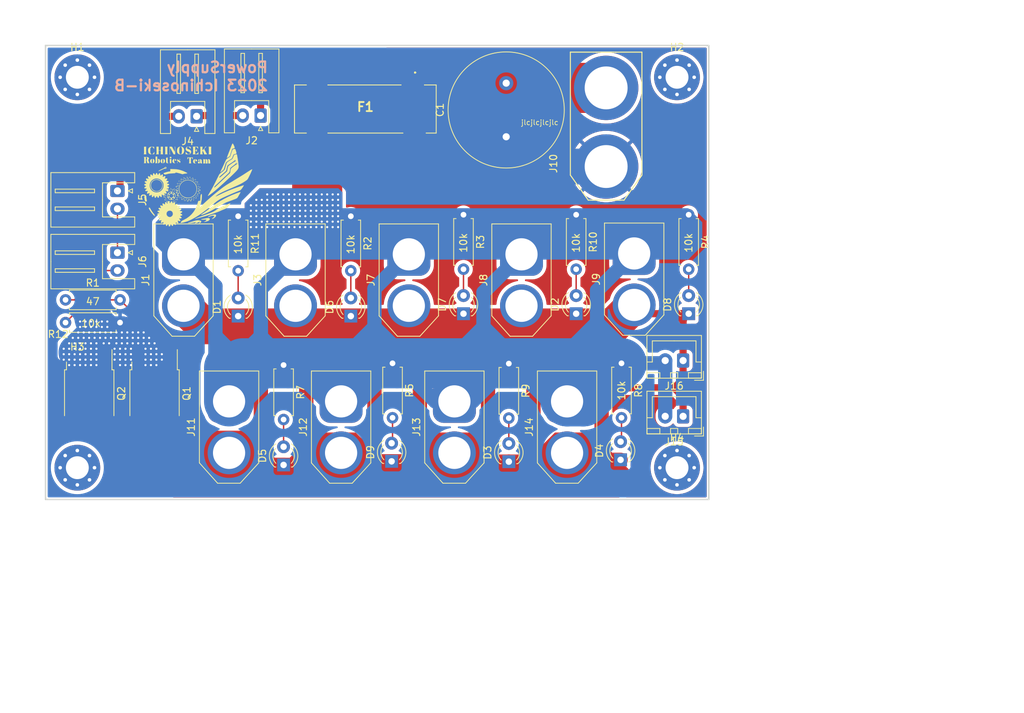
<source format=kicad_pcb>
(kicad_pcb (version 20221018) (generator pcbnew)
  (layers (0 "F.Cu" signal) (31 "B.Cu" signal) (34 "B.Paste" user) (35 "F.Paste" user) (36 "B.SilkS" user "B.Silkscreen") (37 "F.SilkS" user "F.Silkscreen") (38 "B.Mask" user) (39 "F.Mask" user) (44 "Edge.Cuts" user))
  (net 0 "")
  (net 1 "GND")
  (net 2 "+18V")
  (net 3 "Moter_OUT")
  (net 4 "Net-(D1-A)")
  (net 5 "Net-(D2-A)")
  (net 6 "Net-(D3-A)")
  (net 7 "Net-(D4-A)")
  (net 8 "Net-(D5-A)")
  (net 9 "Net-(D6-A)")
  (net 10 "Net-(D7-A)")
  (net 11 "Net-(D8-A)")
  (net 12 "Net-(D9-A)")
  (net 13 "Moter_IN")
  (net 14 "Net-(Q1-G)")
  (net 15 "Net-(J2-Pin_2)")
  (net 16 "Net-(J4-Pin_2)")
  (net 17 "Net-(J5-Pin_2)")
  (net 18 "Net-(J6-Pin_2)")
  (footprint "Connector_JST:JST_XH_B2B-XH-A_1x02_P2.50mm_Vertical" (layer "F.Cu") (at 149.82 97.589 180)
    (fp_text reference "J15")
    (fp_text value "Conn_01x02_Female")
  )
  (footprint "Package_TO_SOT_SMD:TO-252-2" (layer "F.Cu") (at 66.813 94.395 -90)
    (fp_text reference "Q2")
    (fp_text value "Q_NMOS_GDSD")
  )
  (footprint "MountingHole:MountingHole_3.2mm_M3_Pad_Via" (layer "F.Cu") (at 65.151 50.165)
    (fp_text reference "H1")
    (fp_text value "MountingHole")
  )
  (footprint "MountingHole:MountingHole_3.2mm_M3_Pad_Via" (layer "F.Cu") (at 148.971 50.165)
    (fp_text reference "H2")
    (fp_text value "MountingHole")
  )
  (footprint "Resistor_THT:R_Axial_DIN0207_L6.3mm_D2.5mm_P7.62mm_Horizontal" (layer "F.Cu") (at 93.98 90.418 -90)
    (fp_text reference "R7")
    (fp_text value "10k")
  )
  (footprint "lib:AMASS_XT60-F_1x02_P7.20mm_Vertical" (layer "F.Cu") (at 127.214 82.21 90)
    (fp_text reference "J8")
    (fp_text value "Conn_01x02_Female" hide)
  )
  (footprint "Resistor_THT:R_Axial_DIN0207_L6.3mm_D2.5mm_P7.62mm_Horizontal" (layer "F.Cu") (at 109.207 90.17 -90)
    (fp_text reference "R5")
    (fp_text value "10k")
  )
  (footprint "Resistor_THT:R_Axial_DIN0207_L6.3mm_D2.5mm_P7.62mm_Horizontal" (layer "F.Cu") (at 125.463 90.214 -90)
    (fp_text reference "R9")
    (fp_text value "10k")
  )
  (footprint "LED_THT:LED_D3.0mm" (layer "F.Cu") (at 119.126 83.235 90)
    (fp_text reference "D7")
    (fp_text value "LED")
  )
  (footprint "LED_THT:LED_D3.0mm" (layer "F.Cu") (at 134.874 83.235 90)
    (fp_text reference "D2")
    (fp_text value "LED")
  )
  (footprint "Resistor_THT:R_Axial_DIN0207_L6.3mm_D2.5mm_P7.62mm_Horizontal" (layer "F.Cu") (at 103.378 69.602 -90)
    (fp_text reference "R2")
    (fp_text value "10k")
  )
  (footprint "LED_THT:LED_D3.0mm" (layer "F.Cu") (at 125.463 103.93 90)
    (fp_text reference "D3")
    (fp_text value "LED")
  )
  (footprint "Resistor_THT:R_Axial_DIN0207_L6.3mm_D2.5mm_P7.62mm_Horizontal" (layer "F.Cu") (at 134.874 69.392 -90)
    (fp_text reference "R10")
    (fp_text value "10k")
  )
  (footprint "lib:AMASS_XT60-F_1x02_P7.20mm_Vertical" (layer "F.Cu") (at 133.584 102.778 90)
    (fp_text reference "J14")
    (fp_text value "Conn_01x02_Female" hide)
  )
  (footprint "lib:358720" (layer "F.Cu") (at 105.41 54.61 180)
    (fp_text reference "F1")
    (fp_text value "Fuse" hide)
  )
  (footprint "LED_THT:LED_D3.0mm" (layer "F.Cu") (at 93.98 104.388 90)
    (fp_text reference "D5")
    (fp_text value "LED")
  )
  (footprint "lib:AMASS_XT60-F_1x02_P7.20mm_Vertical" (layer "F.Cu") (at 95.628 82.21 90)
    (fp_text reference "J3")
    (fp_text value "Conn_01x02_Female" hide)
  )
  (footprint "lib:INCT" (layer "F.Cu") (at 81.28 64.389)
    (fp_text reference "J8" hide)
    (fp_text value "Logo" hide)
  )
  (footprint "LED_THT:LED_D3.0mm" (layer "F.Cu") (at 103.378 83.572 90)
    (fp_text reference "D6")
    (fp_text value "LED")
  )
  (footprint "Resistor_THT:R_Axial_DIN0207_L6.3mm_D2.5mm_P7.62mm_Horizontal" (layer "F.Cu") (at 87.63 69.602 -90)
    (fp_text reference "R11")
    (fp_text value "10k")
  )
  (footprint "Connector_JST:JST_XH_S2B-XH-A_1x02_P2.50mm_Horizontal" (layer "F.Cu") (at 70.76 66.06 -90)
    (fp_text reference "J5")
    (fp_text value "Conn_01x02_Female")
  )
  (footprint "MountingHole:MountingHole_3.2mm_M3_Pad_Via" (layer "F.Cu") (at 148.971 104.775)
    (fp_text reference "H4")
    (fp_text value "MountingHole")
  )
  (footprint "Connector_JST:JST_XH_S2B-XH-A_1x02_P2.50mm_Horizontal" (layer "F.Cu") (at 90.765 55.52 180)
    (fp_text reference "J2")
    (fp_text value "Conn_01x02_Female")
  )
  (footprint "lib:AMASS_XT60-F_1x02_P7.20mm_Vertical" (layer "F.Cu") (at 101.998 102.778 90)
    (fp_text reference "J12")
    (fp_text value "Conn_01x02_Female" hide)
  )
  (footprint "Capacitor_THT:C_Radial_D16.0mm_H25.0mm_P7.50mm" (layer "F.Cu") (at 125.095 58.487 90)
    (fp_text reference "C1")
    (fp_text value "C")
  )
  (footprint "LED_THT:LED_D3.0mm" (layer "F.Cu") (at 141.084 103.676 90)
    (fp_text reference "D4")
    (fp_text value "LED")
  )
  (footprint "MountingHole:MountingHole_3.2mm_M3_Pad_Via" (layer "F.Cu") (at 65.151 104.775)
    (fp_text reference "H3")
    (fp_text value "MountingHole")
  )
  (footprint "Resistor_THT:R_Axial_DIN0207_L6.3mm_D2.5mm_P7.62mm_Horizontal" (layer "F.Cu") (at 119.126 69.392 -90)
    (fp_text reference "R3")
    (fp_text value "10k")
  )
  (footprint "LED_THT:LED_D3.0mm" (layer "F.Cu") (at 87.63 83.572 90)
    (fp_text reference "D1")
    (fp_text value "LED")
  )
  (footprint "lib:AMASS_XT60-F_1x02_P7.20mm_Vertical" (layer "F.Cu") (at 111.466 82.21 90)
    (fp_text reference "J7")
    (fp_text value "Conn_01x02_Female" hide)
  )
  (footprint "Package_TO_SOT_SMD:TO-252-2" (layer "F.Cu") (at 75.945 94.395 -90)
    (fp_text reference "Q1")
    (fp_text value "Q_NMOS_GDSD")
  )
  (footprint "Connector_JST:JST_XH_S2B-XH-A_1x02_P2.50mm_Horizontal" (layer "F.Cu") (at 81.823 55.626 180)
    (fp_text reference "J4")
    (fp_text value "Conn_01x02_Female")
  )
  (footprint "Resistor_THT:R_Axial_DIN0207_L6.3mm_D2.5mm_P7.62mm_Horizontal" (layer "F.Cu") (at 141.211 90.17 -90)
    (fp_text reference "R8")
    (fp_text value "10k")
  )
  (footprint "lib:AMASS_XT60-F_1x02_P7.20mm_Vertical" (layer "F.Cu") (at 86.34 102.778 90)
    (fp_text reference "J11")
    (fp_text value "Conn_01x02_Female" hide)
  )
  (footprint "Connector_JST:JST_XH_S2B-XH-A_1x02_P2.50mm_Horizontal" (layer "F.Cu") (at 70.76 74.696 -90)
    (fp_text reference "J6")
    (fp_text value "Conn_01x02_Female")
  )
  (footprint "Resistor_THT:R_Axial_DIN0207_L6.3mm_D2.5mm_P7.62mm_Horizontal" (layer "F.Cu") (at 150.602 69.392 -90)
    (fp_text reference "R4")
    (fp_text value "10k")
  )
  (footprint "Connector_JST:JST_XH_B2B-XH-A_1x02_P2.50mm_Vertical" (layer "F.Cu") (at 149.82 89.789 180)
    (fp_text reference "J16")
    (fp_text value "Conn_01x02_Female")
  )
  (footprint "lib:AMASS_XT60-F_1x02_P7.20mm_Vertical" (layer "F.Cu") (at 117.836 102.778 90)
    (fp_text reference "J13")
    (fp_text value "Conn_01x02_Female" hide)
  )
  (footprint "lib:AMASS_XT60-F_1x02_P7.20mm_Vertical" (layer "F.Cu") (at 79.97 82.21 90)
    (fp_text reference "J1")
    (fp_text value "Conn_01x02_Female" hide)
  )
  (footprint "lib:AMASS_XT60-F_1x02_P7.20mm_Vertical" (layer "F.Cu") (at 142.962 82.086 90)
    (fp_text reference "J9")
    (fp_text value "Conn_01x02_Female" hide)
  )
  (footprint "Resistor_THT:R_Axial_DIN0207_L6.3mm_D2.5mm_P7.62mm_Horizontal" (layer "F.Cu") (at 63.5 84.475)
    (fp_text reference "R12")
    (fp_text value "10k")
  )
  (footprint "LED_THT:LED_D3.0mm" (layer "F.Cu") (at 150.602 83.235 90)
    (fp_text reference "D8")
    (fp_text value "LED")
  )
  (footprint "LED_THT:LED_D3.0mm" (layer "F.Cu") (at 109.08 103.886 90)
    (fp_text reference "D9")
    (fp_text value "LED")
  )
  (footprint "Resistor_THT:R_Axial_DIN0207_L6.3mm_D2.5mm_P7.62mm_Horizontal" (layer "F.Cu") (at 63.5 81.3)
    (fp_text reference "R1")
    (fp_text value "47")
  )
  (footprint "lib:XT90" (layer "F.Cu") (at 139.065 57.15 -90)
    (fp_text reference "J10")
    (fp_text value "Conn_01x02_Male" hide)
  )
  (gr_poly (pts (xy 63.373 92.329) (xy 77.343 92.329) (xy 78.613 93.599) (xy 78.613 97.409) (xy 80.899 99.695) (xy 88.519 99.695) (xy 92.583 103.759) (xy 95.123 103.759) (xy 98.933 99.949) (xy 104.013 99.949) (xy 107.823 103.759) (xy 111.633 103.759) (xy 115.443 99.949) (xy 120.523 99.949) (xy 124.333 103.759) (xy 128.143 103.759) (xy 131.953 99.949) (xy 137.033 99.949) (xy 142.113 105.029) (xy 142.113 107.569) (xy 140.843 108.839) (xy 78.613 108.839) (xy 70.993 101.219) (xy 70.993 99.949) (xy 69.723 98.679) (xy 64.643 98.679) (xy 62.103 96.139) (xy 62.103 93.599)) (stroke (width 0.2)) (fill solid) (layer "F.Cu"))
  (gr_poly (pts (xy 101.6 65.786) (xy 102.108 66.294) (xy 102.108 71.12) (xy 101.6 71.628) (xy 89.154 71.628) (xy 88.646 71.12) (xy 88.646 67.818) (xy 90.678 65.786)) (stroke (width 0.2)) (fill solid) (layer "F.Cu"))
  (gr_poly (pts (xy 70.358 89.916) (xy 71.374 90.932) (xy 76.2 90.932) (xy 76.708 90.424) (xy 76.708 88.392) (xy 72.136 83.82) (xy 65.532 83.82) (xy 65.278 84.074) (xy 65.278 85.598) (xy 62.738 88.138) (xy 62.738 89.408) (xy 65.024 91.694) (xy 67.564 91.694) (xy 68.072 91.186) (xy 68.072 88.138) (xy 68.58 87.63) (xy 69.85 87.63) (xy 70.358 88.138)) (stroke (width 0.2)) (fill solid) (layer "F.Cu"))
  (gr_poly (pts (xy 152.4 70.485) (xy 152.4 73.66) (xy 150.495 75.565) (xy 78.105 75.565) (xy 76.2 73.66) (xy 76.2 70.485) (xy 78.105 68.58) (xy 150.495 68.58)) (stroke (width 0.2)) (fill solid) (layer "B.Cu"))
  (gr_poly (pts (xy 67.564 82.804) (xy 62.992 87.376) (xy 62.992 89.154) (xy 68.834 89.154) (xy 70.104 87.884) (xy 70.104 83.82) (xy 69.088 82.804) (xy 67.818 82.804)) (stroke (width 0.2)) (fill solid) (layer "B.Cu"))
  (gr_poly (pts (xy 101.6 65.786) (xy 102.108 66.294) (xy 102.108 71.12) (xy 101.6 71.628) (xy 89.154 71.628) (xy 88.646 71.12) (xy 88.646 67.818) (xy 90.678 65.786)) (stroke (width 0.2)) (fill solid) (layer "B.Cu"))
  (gr_rect (start 60.706 45.72) (end 153.416 109.22) (stroke (width 0.2)) (fill none) (layer "Edge.Cuts"))
  (gr_text "2023 Ichinoseki-B" (at 91.948 52.197) (layer "B.SilkS") (effects (font (size 1.5 1.5) (thickness 0.3) bold) (justify left bottom mirror)))
  (gr_text "PowerSupply" (at 91.948 49.657) (layer "B.SilkS") (effects (font (size 1.5 1.5) (thickness 0.3) bold) (justify left bottom mirror)))
  (gr_text "jlcjlcjlcjlc" (at 127.127 56.896) (layer "F.SilkS") (effects (font (size 0.7 0.7) (thickness 0.1)) (justify left bottom)))
  (segment (start 69.85 86.614) (end 69.85 86.741) (width 0.2) (layer "F.Cu") (net 1))
  (segment (start 64.533 87.613) (end 64.533 89.355) (width 0.2) (layer "F.Cu") (net 1))
  (segment (start 73.665 88.143) (end 73.665 89.355) (width 0.2) (layer "F.Cu") (net 1))
  (segment (start 69.596 86.741) (end 69.723 86.741) (width 0.2) (layer "F.Cu") (net 1))
  (segment (start 71.12 87.63) (end 73.152 87.63) (width 0.2) (layer "F.Cu") (net 1))
  (segment (start 70.231 86.741) (end 70.104 86.741) (width 0.2) (layer "F.Cu") (net 1))
  (segment (start 69.596 86.741) (end 65.405 86.741) (width 0.2) (layer "F.Cu") (net 1))
  (segment (start 69.85 86.741) (end 69.596 86.741) (width 0.2) (layer "F.Cu") (net 1))
  (segment (start 71.12 87.63) (end 70.231 86.741) (width 0.2) (layer "F.Cu") (net 1))
  (segment (start 70.104 86.741) (end 69.977 86.741) (width 0.2) (layer "F.Cu") (net 1))
  (segment (start 69.85 85.745) (end 69.85 86.614) (width 0.2) (layer "F.Cu") (net 1))
  (segment (start 65.405 86.741) (end 64.533 87.613) (width 0.2) (layer "F.Cu") (net 1))
  (segment (start 70.104 86.741) (end 69.85 86.741) (width 0.2) (layer "F.Cu") (net 1))
  (segment (start 69.723 86.741) (end 69.85 86.614) (width 0.2) (layer "F.Cu") (net 1))
  (segment (start 69.977 86.741) (end 69.85 86.614) (width 0.2) (layer "F.Cu") (net 1))
  (segment (start 71.12 84.475) (end 69.85 85.745) (width 0.2) (layer "F.Cu") (net 1))
  (segment (start 73.152 87.63) (end 73.665 88.143) (width 0.2) (layer "F.Cu") (net 1))
  (via (at 75.438 88.9) (size 0.6) (drill 0.3) (layers "F.Cu" "B.Cu") (net 1))
  (via (at 67.056 88.138) (size 0.6) (drill 0.3) (layers "F.Cu" "B.Cu") (net 1))
  (via (at 76.2 88.138) (size 0.6) (drill 0.3) (layers "F.Cu" "B.Cu") (net 1))
  (via (at 71.882 88.138) (size 0.6) (drill 0.3) (layers "F.Cu" "B.Cu") (net 1))
  (via (at 70.612 87.376) (size 0.6) (drill 0.3) (layers "F.Cu" "B.Cu") (net 1))
  (via (at 67.818 88.9) (size 0.6) (drill 0.3) (layers "F.Cu" "B.Cu") (net 1))
  (via (at 67.818 88.138) (size 0.6) (drill 0.3) (layers "F.Cu" "B.Cu") (net 1))
  (via (at 65.532 88.9) (size 0.6) (drill 0.3) (layers "F.Cu" "B.Cu") (net 1))
  (via (at 72.136 87.376) (size 0.6) (drill 0.3) (layers "F.Cu" "B.Cu") (net 1))
  (via (at 64.008 88.138) (size 0.6) (drill 0.3) (layers "F.Cu" "B.Cu") (net 1))
  (via (at 64.516 86.614) (size 0.6) (drill 0.3) (layers "F.Cu" "B.Cu") (net 1))
  (via (at 75.438 90.424) (size 0.6) (drill 0.3) (layers "F.Cu" "B.Cu") (net 1))
  (via (at 65.278 85.852) (size 0.6) (drill 0.3) (layers "F.Cu" "B.Cu") (net 1))
  (via (at 74.422 85.852) (size 0.6) (drill 0.3) (layers "F.Cu" "B.Cu") (net 1))
  (via (at 73.66 87.376) (size 0.6) (drill 0.3) (layers "F.Cu" "B.Cu") (net 1))
  (via (at 67.818 85.09) (size 0.6) (drill 0.3) (layers "F.Cu" "B.Cu") (net 1))
  (via (at 63.246 89.662) (size 0.6) (drill 0.3) (layers "F.Cu" "B.Cu") (net 1))
  (via (at 74.676 88.9) (size 0.6) (drill 0.3) (layers "F.Cu" "B.Cu") (net 1))
  (via (at 72.898 87.376) (size 0.6) (drill 0.3) (layers "F.Cu" "B.Cu") (net 1))
  (via (at 66.04 86.614) (size 0.6) (drill 0.3) (layers "F.Cu" "B.Cu") (net 1))
  (via (at 68.834 87.376) (size 0.6) (drill 0.3) (layers "F.Cu" "B.Cu") (net 1))
  (via (at 65.532 87.376) (size 0.6) (drill 0.3) (layers "F.Cu" "B.Cu") (net 1))
  (via (at 74.676 89.662) (size 0.6) (drill 0.3) (layers "F.Cu" "B.Cu") (net 1))
  (via (at 70.358 88.9) (size 0.6) (drill 0.3) (layers "F.Cu" "B.Cu") (net 1))
  (via (at 72.898 85.852) (size 0.6) (drill 0.3) (layers "F.Cu" "B.Cu") (net 1))
  (via (at 69.342 85.09) (size 0.6) (drill 0.3) (layers "F.Cu" "B.Cu") (net 1))
  (via (at 65.278 86.614) (size 0.6) (drill 0.3) (layers "F.Cu" "B.Cu") (net 1))
  (via (at 64.008 89.662) (size 0.6) (drill 0.3) (layers "F.Cu" "B.Cu") (net 1))
  (via (at 66.294 89.662) (size 0.6) (drill 0.3) (layers "F.Cu" "B.Cu") (net 1))
  (via (at 63.246 88.9) (size 0.6) (drill 0.3) (layers "F.Cu" "B.Cu") (net 1))
  (via (at 64.77 88.138) (size 0.6) (drill 0.3) (layers "F.Cu" "B.Cu") (net 1))
  (via (at 64.77 90.424) (size 0.6) (drill 0.3) (layers "F.Cu" "B.Cu") (net 1))
  (via (at 72.644 88.138) (size 0.6) (drill 0.3) (layers "F.Cu" "B.Cu") (net 1))
  (via (at 64.77 88.9) (size 0.6) (drill 0.3) (layers "F.Cu" "B.Cu") (net 1))
  (via (at 68.326 85.852) (size 0.6) (drill 0.3) (layers "F.Cu" "B.Cu") (net 1))
  (via (at 74.676 88.138) (size 0.6) (drill 0.3) (layers "F.Cu" "B.Cu") (net 1))
  (via (at 64.77 89.662) (size 0.6) (drill 0.3) (layers "F.Cu" "B.Cu") (net 1))
  (via (at 67.818 90.424) (size 0.6) (drill 0.3) (layers "F.Cu" "B.Cu") (net 1))
  (via (at 66.294 88.9) (size 0.6) (drill 0.3) (layers "F.Cu" "B.Cu") (net 1))
  (via (at 76.2 90.424) (size 0.6) (drill 0.3) (layers "F.Cu" "B.Cu") (net 1))
  (via (at 72.644 88.9) (size 0.6) (drill 0.3) (layers "F.Cu" "B.Cu") (net 1))
  (via (at 67.818 84.328) (size 0.6) (drill 0.3) (layers "F.Cu" "B.Cu") (net 1))
  (via (at 70.612 86.614) (size 0.6) (drill 0.3) (layers "F.Cu" "B.Cu") (net 1))
  (via (at 64.77 87.376) (size 0.6) (drill 0.3) (layers "F.Cu" "B.Cu") (net 1))
  (via (at 71.12 88.9) (size 0.6) (drill 0.3) (layers "F.Cu" "B.Cu") (net 1))
  (via (at 68.58 85.09) (size 0.6) (drill 0.3) (layers "F.Cu" "B.Cu") (net 1))
  (via (at 74.422 87.376) (size 0.6) (drill 0.3) (layers "F.Cu" "B.Cu") (net 1))
  (via (at 69.088 86.614) (size 0.6) (drill 0.3) (layers "F.Cu" "B.Cu") (net 1))
  (via (at 64.008 88.9) (size 0.6) (drill 0.3) (layers "F.Cu" "B.Cu") (net 1))
  (via (at 65.532 88.138) (size 0.6) (drill 0.3) (layers "F.Cu" "B.Cu") (net 1))
  (via (at 75.184 86.614) (size 0.6) (drill 0.3) (layers "F.Cu" "B.Cu") (net 1))
  (via (at 73.66 86.614) (size 0.6) (drill 0.3) (layers "F.Cu" "B.Cu") (net 1))
  (via (at 71.374 86.614) (size 0.6) (drill 0.3) (layers "F.Cu" "B.Cu") (net 1))
  (via (at 71.12 88.138) (size 0.6) (drill 0.3) (layers "F.Cu" "B.Cu") (net 1))
  (via (at 70.358 89.662) (size 0.6) (drill 0.3) (layers "F.Cu" "B.Cu") (net 1))
  (via (at 67.818 89.662) (size 0.6) (drill 0.3) (layers "F.Cu" "B.Cu") (net 1))
  (via (at 72.644 90.424) (size 0.6) (drill 0.3) (layers "F.Cu" "B.Cu") (net 1))
  (via (at 72.136 86.614) (size 0.6) (drill 0.3) (layers "F.Cu" "B.Cu") (net 1))
  (via (at 66.802 85.852) (size 0.6) (drill 0.3) (layers "F.Cu" "B.Cu") (net 1))
  (via (at 76.962 89.662) (size 0.6) (drill 0.3) (layers "F.Cu" "B.Cu") (net 1))
  (via (at 69.85 85.852) (size 0.6) (drill 0.3) (layers "F.Cu" "B.Cu") (net 1))
  (via (at 75.946 87.376) (size 0.6) (drill 0.3) (layers "F.Cu" "B.Cu") (net 1))
  (via (at 72.644 89.662) (size 0.6) (drill 0.3) (layers "F.Cu" "B.Cu") (net 1))
  (via (at 76.2 89.662) (size 0.6) (drill 0.3) (layers "F.Cu" "B.Cu") (net 1))
  (via (at 66.294 88.138) (size 0.6) (drill 0.3) (layers "F.Cu" "B.Cu") (net 1))
  (via (at 66.294 85.09) (size 0.6) (drill 0.3) (layers "F.Cu" "B.Cu") (net 1))
  (via (at 76.962 88.9) (size 0.6) (drill 0.3) (layers "F.Cu" "B.Cu") (net 1))
  (via (at 65.532 90.424) (size 0.6) (drill 0.3) (layers "F.Cu" "B.Cu") (net 1))
  (via (at 67.056 88.9) (size 0.6) (drill 0.3) (layers "F.Cu" "B.Cu") (net 1))
  (via (at 67.056 87.376) (size 0.6) (drill 0.3) (layers "F.Cu" "B.Cu") (net 1))
  (via (at 66.04 85.852) (size 0.6) (drill 0.3) (layers "F.Cu" "B.Cu") (net 1))
  (via (at 69.596 87.376) (size 0.6) (drill 0.3) (layers "F.Cu" "B.Cu") (net 1))
  (via (at 66.294 87.376) (size 0.6) (drill 0.3) (layers "F.Cu" "B.Cu") (net 1))
  (via (at 74.676 90.424) (size 0.6) (drill 0.3) (layers "F.Cu" "B.Cu") (net 1))
  (via (at 71.882 89.662) (size 0.6) (drill 0.3) (layers "F.Cu" "B.Cu") (net 1))
  (via (at 67.564 85.852) (size 0.6) (drill 0.3) (layers "F.Cu" "B.Cu") (net 1))
  (via (at 67.056 89.662) (size 0.6) (drill 0.3) (layers "F.Cu" "B.Cu") (net 1))
  (via (at 72.136 85.852) (size 0.6) (drill 0.3) (layers "F.Cu" "B.Cu") (net 1))
  (via (at 66.294 84.328) (size 0.6) (drill 0.3) (layers "F.Cu" "B.Cu") (net 1))
  (via (at 75.438 89.662) (size 0.6) (drill 0.3) (layers "F.Cu" "B.Cu") (net 1))
  (via (at 67.056 85.09) (size 0.6) (drill 0.3) (layers "F.Cu" "B.Cu") (net 1))
  (via (at 74.422 86.614) (size 0.6) (drill 0.3) (layers "F.Cu" "B.Cu") (net 1))
  (via (at 76.2 88.9) (size 0.6) (drill 0.3) (layers "F.Cu" "B.Cu") (net 1))
  (via (at 69.342 84.328) (size 0.6) (drill 0.3) (layers "F.Cu" "B.Cu") (net 1))
  (via (at 70.612 85.852) (size 0.6) (drill 0.3) (layers "F.Cu" "B.Cu") (net 1))
  (via (at 70.358 88.138) (size 0.6) (drill 0.3) (layers "F.Cu" "B.Cu") (net 1))
  (via (at 68.58 84.328) (size 0.6) (drill 0.3) (layers "F.Cu" "B.Cu") (net 1))
  (via (at 71.12 90.424) (size 0.6) (drill 0.3) (layers "F.Cu" "B.Cu") (net 1))
  (via (at 71.374 85.852) (size 0.6) (drill 0.3) (layers "F.Cu" "B.Cu") (net 1))
  (via (at 64.008 90.424) (size 0.6) (drill 0.3) (layers "F.Cu" "B.Cu") (net 1))
  (via (at 63.246 88.138) (size 0.6) (drill 0.3) (layers "F.Cu" "B.Cu") (net 1))
  (via (at 72.898 86.614) (size 0.6) (drill 0.3) (layers "F.Cu" "B.Cu") (net 1))
  (via (at 67.818 87.376) (size 0.6) (drill 0.3) (layers "F.Cu" "B.Cu") (net 1))
  (via (at 67.564 86.614) (size 0.6) (drill 0.3) (layers "F.Cu" "B.Cu") (net 1))
  (via (at 69.85 86.614) (size 0.6) (drill 0.3) (layers "F.Cu" "B.Cu") (net 1))
  (via (at 68.326 86.614) (size 0.6) (drill 0.3) (layers "F.Cu" "B.Cu") (net 1))
  (via (at 71.882 88.9) (size 0.6) (drill 0.3) (layers "F.Cu" "B.Cu") (net 1))
  (via (at 65.532 84.328) (size 0.6) (drill 0.3) (layers "F.Cu" "B.Cu") (net 1))
  (via (at 65.532 85.09) (size 0.6) (drill 0.3) (layers "F.Cu" "B.Cu") (net 1))
  (via (at 75.184 87.376) (size 0.6) (drill 0.3) (layers "F.Cu" "B.Cu") (net 1))
  (via (at 73.66 85.852) (size 0.6) (drill 0.3) (layers "F.Cu" "B.Cu") (net 1))
  (via (at 69.088 85.852) (size 0.6) (drill 0.3) (layers "F.Cu" "B.Cu") (net 1))
  (via (at 66.802 86.614) (size 0.6) (drill 0.3) (layers "F.Cu" "B.Cu") (net 1))
  (via (at 64.008 87.376) (size 0.6) (drill 0.3) (layers "F.Cu" "B.Cu") (net 1))
  (via (at 75.438 88.138) (size 0.6) (drill 0.3) (layers "F.Cu" "B.Cu") (net 1))
  (via (at 67.056 84.328) (size 0.6) (drill 0.3) (layers "F.Cu" "B.Cu") (net 1))
  (via (at 71.882 90.424) (size 0.6) (drill 0.3) (layers "F.Cu" "B.Cu") (net 1))
  (via (at 65.532 89.662) (size 0.6) (drill 0.3) (layers "F.Cu" "B.Cu") (net 1))
  (via (at 66.294 90.424) (size 0.6) (drill 0.3) (layers "F.Cu" "B.Cu") (net 1))
  (via (at 71.374 87.376) (size 0.6) (drill 0.3) (layers "F.Cu" "B.Cu") (net 1))
  (via (at 71.12 89.662) (size 0.6) (drill 0.3) (layers "F.Cu" "B.Cu") (net 1))
  (via (at 67.056 90.424) (size 0.6) (drill 0.3) (layers "F.Cu" "B.Cu") (net 1))
  (segment (start 67.31 78.994) (end 67.31 84.074) (width 5) (layer "B.Cu") (net 1))
  (segment (start 116.84 62.65) (end 77.382 62.65) (width 5) (layer "B.Cu") (net 1))
  (segment (start 69.342 86.106) (end 71.374 86.106) (width 5) (layer "B.Cu") (net 1))
  (segment (start 67.31 84.074) (end 69.342 86.106) (width 5) (layer "B.Cu") (net 1))
  (segment (start 139.065 62.65) (end 131.992 62.65) (width 5) (layer "B.Cu") (net 1))
  (segment (start 64.77 62.738) (end 64.77 76.454) (width 5) (layer "B.Cu") (net 1))
  (segment (start 77.382 62.65) (end 74.93 60.198) (width 5) (layer "B.Cu") (net 1))
  (segment (start 74.676 89.408) (end 65.786 89.408) (width 5) (layer "B.Cu") (net 1))
  (segment (start 67.31 60.198) (end 64.77 62.738) (width 5) (layer "B.Cu") (net 1))
  (segment (start 74.93 60.198) (end 67.31 60.198) (width 5) (layer "B.Cu") (net 1))
  (segment (start 120.816 58.674) (end 116.84 62.65) (width 5) (layer "B.Cu") (net 1))
  (segment (start 65.786 89.408) (end 65.024 88.646) (width 5) (layer "B.Cu") (net 1))
  (segment (start 131.992 62.65) (end 128.016 58.674) (width 5) (layer "B.Cu") (net 1))
  (segment (start 71.374 86.106) (end 74.676 89.408) (width 5) (layer "B.Cu") (net 1))
  (segment (start 64.77 76.454) (end 67.31 78.994) (width 5) (layer "B.Cu") (net 1))
  (segment (start 128.016 58.674) (end 120.816 58.674) (width 5) (layer "B.Cu") (net 1))
  (segment (start 107.68 46.99) (end 112.14 51.45) (width 1) (layer "F.Cu") (net 2))
  (segment (start 110.871 50.8) (end 111.125 50.8) (width 0.2) (layer "F.Cu") (net 2))
  (segment (start 92.71 46.99) (end 107.68 46.99) (width 1) (layer "F.Cu") (net 2))
  (segment (start 139.065 51.65) (end 112.34 51.65) (width 7) (layer "F.Cu") (net 2))
  (segment (start 90.765 55.52) (end 90.765 48.935) (width 1) (layer "F.Cu") (net 2))
  (segment (start 90.765 48.935) (end 92.71 46.99) (width 1) (layer "F.Cu") (net 2))
  (segment (start 112.14 51.45) (end 112.14 57.77) (width 7) (layer "F.Cu") (net 2))
  (segment (start 122.555 103.93) (end 122.555 102.235) (width 2) (layer "F.Cu") (net 3))
  (segment (start 138.43 93.599) (end 138.43 85.641) (width 2) (layer "F.Cu") (net 3))
  (segment (start 144.211 83.235) (end 142.982 82.006) (width 1) (layer "F.Cu") (net 3))
  (segment (start 122.555 85.006) (end 113.03 85.006) (width 5) (layer "F.Cu") (net 3))
  (segment (start 114.935 102.698) (end 117.856 102.698) (width 2) (layer "F.Cu") (net 3))
  (segment (start 149.606 83.235) (end 148.971 83.235) (width 1) (layer "F.Cu") (net 3))
  (segment (start 117.856 102.698) (end 116.668 103.886) (width 2) (layer "F.Cu") (net 3))
  (segment (start 122.555 100.33) (end 122.555 85.006) (width 2) (layer "F.Cu") (net 3))
  (segment (start 97.155 102.483) (end 95.25 104.388) (width 2) (layer "F.Cu") (net 3))
  (segment (start 106.045 103.886) (end 103.206 103.886) (width 2) (layer "F.Cu") (net 3))
  (segment (start 119.088 103.93) (end 122.555 103.93) (width 2) (layer "F.Cu") (net 3))
  (segment (start 97.155 102.235) (end 97.155 100.33) (width 2) (layer "F.Cu") (net 3))
  (segment (start 128.905 85.006) (end 128.905 103.93) (width 2) (layer "F.Cu") (net 3))
  (segment (start 104.775 102.235) (end 106.68 102.235) (width 2) (layer "F.Cu") (net 3))
  (segment (start 97.618 102.698) (end 99.06 102.698) (width 2) (layer "F.Cu") (net 3))
  (segment (start 106.68 85.006) (end 97.155 85.006) (width 5) (layer "F.Cu") (net 3))
  (segment (start 139.982 85.006) (end 137.795 85.006) (width 5) (layer "F.Cu") (net 3))
  (segment (start 149.82 89.789) (end 149.82 84.201) (width 1) (layer "F.Cu") (net 3))
  (segment (start 99.06 102.698) (end 102.018 102.698) (width 2) (layer "F.Cu") (net 3))
  (segment (start 148.59 93.599) (end 138.43 93.599) (width 1) (layer "F.Cu") (net 3))
  (segment (start 86.36 102.698) (end 88.05 104.388) (width 2) (layer "F.Cu") (net 3))
  (segment (start 90.805 102.87) (end 92.323 104.388) (width 2) (layer "F.Cu") (net 3))
  (segment (start 122.555 100.33) (end 120.187 102.698) (width 2) (layer "F.Cu") (net 3))
  (segment (start 97.155 100.33) (end 97.155 85.006) (width 2) (layer "F.Cu") (net 3))
  (segment (start 97.155 100.33) (end 97.155 100.793) (width 2) (layer "F.Cu") (net 3))
  (segment (start 113.03 103.886) (end 109.08 103.886) (width 2) (layer "F.Cu") (net 3))
  (segment (start 77.47 100.33) (end 79.838 102.698) (width 2) (layer "F.Cu") (net 3))
  (segment (start 120.187 102.698) (end 117.856 102.698) (width 2) (layer "F.Cu") (net 3))
  (segment (start 90.805 85.006) (end 82.866 85.006) (width 5) (layer "F.Cu") (net 3))
  (segment (start 148.59 93.639) (end 149.82 94.869) (width 1) (layer "F.Cu") (net 3))
  (segment (start 134.582 103.676) (end 133.604 102.698) (width 2) (layer "F.Cu") (net 3))
  (segment (start 149.82 92.329) (end 149.82 92.369) (width 1) (layer "F.Cu") (net 3))
  (segment (start 97.155 104.388) (end 97.155 102.235) (width 2) (layer "F.Cu") (net 3))
  (segment (start 102.481 102.235) (end 104.775 102.235) (width 2) (layer "F.Cu") (net 3))
  (segment (start 82.866 85.006) (end 79.99 82.13) (width 5) (layer "F.Cu") (net 3))
  (segment (start 149.82 83.449) (end 149.606 83.235) (width 1) (layer "F.Cu") (net 3))
  (segment (start 100.328 104.388) (end 97.155 104.388) (width 2) (layer "F.Cu") (net 3))
  (segment (start 149.82 94.869) (end 149.82 97.589) (width 1) (layer "F.Cu") (net 3))
  (segment (start 117.856 102.698) (end 119.088 103.93) (width 2) (layer "F.Cu") (net 3))
  (segment (start 128.905 85.006) (end 122.555 85.006) (width 5) (layer "F.Cu") (net 3))
  (segment (start 90.805 102.87) (end 90.805 85.006) (width 2) (layer "F.Cu") (net 3))
  (segment (start 149.82 93.599) (end 148.59 93.599) (width 1) (layer "F.Cu") (net 3))
  (segment (start 149.82 84.201) (end 149.82 83.449) (width 1) (layer "F.Cu") (net 3))
  (segment (start 113.03 102.235) (end 113.493 102.698) (width 2) (layer "F.Cu") (net 3))
  (segment (start 97.155 102.235) (end 97.618 102.698) (width 2) (layer "F.Cu") (net 3))
  (segment (start 113.03 100.33) (end 113.03 100.793) (width 2) (layer "F.Cu") (net 3))
  (segment (start 97.155 104.388) (end 95.25 104.388) (width 2) (layer "F.Cu") (net 3))
  (segment (start 88.05 104.388) (end 90.805 104.388) (width 2) (layer "F.Cu") (net 3))
  (segment (start 118.319 102.235) (end 117.856 102.698) (width 2) (layer "F.Cu") (net 3))
  (segment (start 92.323 104.388) (end 93.98 104.388) (width 2) (layer "F.Cu") (net 3))
  (segment (start 113.03 100.793) (end 114.935 102.698) (width 2) (layer "F.Cu") (net 3))
  (segment (start 106.68 99.695) (end 106.68 100.33) (width 2) (layer "F.Cu") (net 3))
  (segment (start 106.68 99.695) (end 106.68 85.006) (width 2) (layer "F.Cu") (net 3))
  (segment (start 90.805 104.388) (end 93.98 104.388) (width 2) (layer "F.Cu") (net 3))
  (segment (start 106.68 103.251) (end 106.68 102.235) (width 2) (layer "F.Cu") (net 3))
  (segment (start 149.82 89.789) (end 149.82 92.329) (width 1) (layer "F.Cu") (net 3))
  (segment (start 106.68 102.235) (end 106.68 99.695) (width 2) (layer "F.Cu") (net 3))
  (segment (start 127.234 82.13) (end 127.234 83.335) (width 2) (layer "F.Cu") (net 3))
  (segment (start 122.555 103.93) (end 125.463 103.93) (width 2) (layer "F.Cu") (net 3))
  (segment (start 133.604 102.698) (end 132.372 103.93) (width 2) (layer "F.Cu") (net 3))
  (segment (start 138.43 103.676) (end 138.43 93.599) (width 2) (layer "F.Cu") (net 3))
  (segment (start 103.206 103.886) (end 102.018 102.698) (width 2) (layer "F.Cu") (net 3))
  (segment (start 132.372 103.93) (end 128.905 103.93) (width 2) (layer "F.Cu") (net 3))
  (segment (start 138.43 103.676) (end 134.582 103.676) (width 2) (layer "F.Cu") (net 3))
  (segment (start 77.47 97.33) (end 77.47 100.33) (width 2) (layer "F.Cu") (net 3))
  (segment (start 149.82 92.369) (end 148.59 93.599) (width 1) (layer "F.Cu") (net 3))
  (segment (start 149.82 92.329) (end 149.82 93.599) (width 1) (layer "F.Cu") (net 3))
  (segment (start 137.795 85.006) (end 128.905 85.006) (width 5) (layer "F.Cu") (net 3))
  (segment (start 113.03 102.235) (end 113.03 103.886) (width 2) (layer "F.Cu") (net 3))
  (segment (start 122.555 102.235) (end 122.555 100.33) (width 2) (layer "F.Cu") (net 3))
  (segment (start 111.486 82.13) (end 111.486 83.462) (width 2) (layer "F.Cu") (net 3))
  (segment (start 148.59 93.599) (end 148.59 93.639) (width 1) (layer "F.Cu") (net 3))
  (segment (start 97.155 102.235) (end 97.155 102.483) (width 2) (layer "F.Cu") (net 3))
  (segment (start 109.08 103.886) (end 106.045 103.886) (width 2) (layer "F.Cu") (net 3))
  (segment (start 97.155 100.793) (end 99.06 102.698) (width 2) (layer "F.Cu") (net 3))
  (segment (start 149.82 84.017) (end 150.602 83.235) (width 1) (layer "F.Cu") (net 3))
  (segment (start 148.971 83.235) (end 144.211 83.235) (width 1) (layer "F.Cu") (net 3))
  (segment (start 138.43 85.641) (end 137.795 85.006) (width 2) (layer "F.Cu") (net 3))
  (segment (start 97.155 85.006) (end 90.805 85.006) (width 5) (layer "F.Cu") (net 3))
  (segment (start 113.03 100.33) (end 113.03 102.235) (width 2) (layer "F.Cu") (net 3))
  (segment (start 128.905 103.93) (end 125.463 103.93) (width 2) (layer "F.Cu") (net 3))
  (segment (start 113.03 85.006) (end 113.03 100.33) (width 2) (layer "F.Cu") (net 3))
  (segment (start 95.25 104.388) (end 93.98 104.388) (width 2) (layer "F.Cu") (net 3))
  (segment (start 102.018 102.698) (end 102.481 102.235) (width 2) (layer "F.Cu") (net 3))
  (segment (start 149.82 93.599) (end 149.82 94.869) (width 1) (layer "F.Cu") (net 3))
  (segment (start 113.493 102.698) (end 114.935 102.698) (width 2) (layer "F.Cu") (net 3))
  (segment (start 149.82 84.201) (end 149.82 84.017) (width 1) (layer "F.Cu") (net 3))
  (segment (start 106.68 100.33) (end 104.775 102.235) (width 2) (layer "F.Cu") (net 3))
  (segment (start 148.971 83.235) (end 148.971 83.352) (width 1) (layer "F.Cu") (net 3))
  (segment (start 90.805 104.388) (end 90.805 102.87) (width 2) (layer "F.Cu") (net 3))
  (segment (start 102.018 102.698) (end 100.328 104.388) (width 2) (layer "F.Cu") (net 3))
  (segment (start 111.486 83.462) (end 113.03 85.006) (width 2) (layer "F.Cu") (net 3))
  (segment (start 122.555 102.235) (end 118.319 102.235) (width 2) (layer "F.Cu") (net 3))
  (segment (start 106.045 103.886) (end 106.68 103.251) (width 2) (layer "F.Cu") (net 3))
  (segment (start 150.602 83.235) (end 149.606 83.235) (width 1) (layer "F.Cu") (net 3))
  (segment (start 113.03 85.006) (end 106.68 85.006) (width 5) (layer "F.Cu") (net 3))
  (segment (start 79.838 102.698) (end 86.36 102.698) (width 2) (layer "F.Cu") (net 3))
  (segment (start 90.633 102.698) (end 90.805 102.87) (width 2) (layer "F.Cu") (net 3))
  (segment (start 142.982 82.006) (end 139.982 85.006) (width 5) (layer "F.Cu") (net 3))
  (segment (start 141.084 103.676) (end 138.43 103.676) (width 2) (layer "F.Cu") (net 3))
  (segment (start 116.668 103.886) (end 113.03 103.886) (width 2) (layer "F.Cu") (net 3))
  (segment (start 86.36 102.698) (end 90.633 102.698) (width 2) (layer "F.Cu") (net 3))
  (segment (start 67.31 95.885) (end 76.2 95.885) (width 2) (layer "F.Cu") (net 3))
  (segment (start 148.971 83.352) (end 149.82 84.201) (width 1) (layer "F.Cu") (net 3))
  (segment (start 127.234 83.335) (end 128.905 85.006) (width 2) (layer "F.Cu") (net 3))
  (segment (start 87.63 77.222) (end 87.63 81.032) (width 0.2) (layer "F.Cu") (net 4))
  (segment (start 134.874 77.012) (end 134.874 80.695) (width 0.2) (layer "F.Cu") (net 5))
  (segment (start 125.463 97.834) (end 125.463 101.39) (width 0.2) (layer "F.Cu") (net 6))
  (segment (start 141.211 97.58) (end 141.211 101.009) (width 0.2) (layer "F.Cu") (net 7))
  (segment (start 141.211 101.009) (end 141.084 101.136) (width 0.2) (layer "F.Cu") (net 7))
  (segment (start 93.98 98.038) (end 93.98 101.848) (width 0.2) (layer "F.Cu") (net 8))
  (segment (start 103.378 77.222) (end 103.378 81.032) (width 0.2) (layer "F.Cu") (net 9))
  (segment (start 119.126 77.012) (end 119.126 80.695) (width 0.2) (layer "F.Cu") (net 10))
  (segment (start 150.602 77.012) (end 150.602 80.695) (width 0.2) (layer "F.Cu") (net 11))
  (segment (start 109.207 97.79) (end 109.207 101.219) (width 0.2) (layer "F.Cu") (net 12))
  (segment (start 109.207 101.219) (end 109.08 101.346) (width 0.2) (layer "F.Cu") (net 12))
  (segment (start 98.68 68.325) (end 95.25 71.755) (width 7) (layer "F.Cu") (net 13))
  (segment (start 98.68 51.45) (end 98.68 68.325) (width 7) (layer "F.Cu") (net 13))
  (via (at 96.266 71.12) (size 0.6) (drill 0.3) (layers "F.Cu" "B.Cu") (net 13))
  (via (at 90.17 71.12) (size 0.6) (drill 0.3) (layers "F.Cu" "B.Cu") (net 13))
  (via (at 92.456 69.596) (size 0.6) (drill 0.3) (layers "F.Cu" "B.Cu") (net 13))
  (via (at 101.6 68.834) (size 0.6) (drill 0.3) (layers "F.Cu" "B.Cu") (net 13))
  (via (at 98.552 71.12) (size 0.6) (drill 0.3) (layers "F.Cu" "B.Cu") (net 13))
  (via (at 99.314 69.596) (size 0.6) (drill 0.3) (layers "F.Cu" "B.Cu") (net 13))
  (via (at 91.694 67.31) (size 0.6) (drill 0.3) (layers "F.Cu" "B.Cu") (net 13))
  (via (at 97.79 70.358) (size 0.6) (drill 0.3) (layers "F.Cu" "B.Cu") (net 13))
  (via (at 89.408 71.12) (size 0.6) (drill 0.3) (layers "F.Cu" "B.Cu") (net 13))
  (via (at 100.838 66.548) (size 0.6) (drill 0.3) (layers "F.Cu" "B.Cu") (net 13))
  (via (at 98.552 67.31) (size 0.6) (drill 0.3) (layers "F.Cu" "B.Cu") (net 13))
  (via (at 91.694 68.072) (size 0.6) (drill 0.3) (layers "F.Cu" "B.Cu") (net 13))
  (via (at 100.076 70.358) (size 0.6) (drill 0.3) (layers "F.Cu" "B.Cu") (net 13))
  (via (at 98.552 68.072) (size 0.6) (drill 0.3) (layers "F.Cu" "B.Cu") (net 13))
  (via (at 93.98 68.072) (size 0.6) (drill 0.3) (layers "F.Cu" "B.Cu") (net 13))
  (via (at 95.504 68.834) (size 0.6) (drill 0.3) (layers "F.Cu" "B.Cu") (net 13))
  (via (at 93.218 71.12) (size 0.6) (drill 0.3) (layers "F.Cu" "B.Cu") (net 13))
  (via (at 101.6 66.548) (size 0.6) (drill 0.3) (layers "F.Cu" "B.Cu") (net 13))
  (via (at 93.98 68.834) (size 0.6) (drill 0.3) (layers "F.Cu" "B.Cu") (net 13))
  (via (at 90.932 68.834) (size 0.6) (drill 0.3) (layers "F.Cu" "B.Cu") (net 13))
  (via (at 97.79 67.31) (size 0.6) (drill 0.3) (layers "F.Cu" "B.Cu") (net 13))
  (via (at 97.028 70.358) (size 0.6) (drill 0.3) (layers "F.Cu" "B.Cu") (net 13))
  (via (at 94.742 68.834) (size 0.6) (drill 0.3) (layers "F.Cu" "B.Cu") (net 13))
  (via (at 92.456 70.358) (size 0.6) (drill 0.3) (layers "F.Cu" "B.Cu") (net 13))
  (via (at 99.314 66.548) (size 0.6) (drill 0.3) (layers "F.Cu" "B.Cu") (net 13))
  (via (at 94.742 71.12) (size 0.6) (drill 0.3) (layers "F.Cu" "B.Cu") (net 13))
  (via (at 100.838 69.596) (size 0.6) (drill 0.3) (layers "F.Cu" "B.Cu") (net 13))
  (via (at 91.694 69.596) (size 0.6) (drill 0.3) (layers "F.Cu" "B.Cu") (net 13))
  (via (at 92.456 71.12) (size 0.6) (drill 0.3) (layers "F.Cu" "B.Cu") (net 13))
  (via (at 94.742 67.31) (size 0.6) (drill 0.3) (layers "F.Cu" "B.Cu") (net 13))
  (via (at 94.742 66.548) (size 0.6) (drill 0.3) (layers "F.Cu" "B.Cu") (net 13))
  (via (at 89.408 68.072) (size 0.6) (drill 0.3) (layers "F.Cu" "B.Cu") (net 13))
  (via (at 98.552 69.596) (size 0.6) (drill 0.3) (layers "F.Cu" "B.Cu") (net 13))
  (via (at 101.6 68.072) (size 0.6) (drill 0.3) (layers "F.Cu" "B.Cu") (net 13))
  (via (at 100.076 71.12) (size 0.6) (drill 0.3) (layers "F.Cu" "B.Cu") (net 13))
  (via (at 98.552 70.358) (size 0.6) (drill 0.3) (layers "F.Cu" "B.Cu") (net 13))
  (via (at 97.028 67.31) (size 0.6) (drill 0.3) (layers "F.Cu" "B.Cu") (net 13))
  (via (at 90.17 68.072) (size 0.6) (drill 0.3) (layers "F.Cu" "B.Cu") (net 13))
  (via (at 100.076 68.834) (size 0.6) (drill 0.3) (layers "F.Cu" "B.Cu") (net 13))
  (via (at 93.98 71.12) (size 0.6) (drill 0.3) (layers "F.Cu" "B.Cu") (net 13))
  (via (at 101.6 70.358) (size 0.6) (drill 0.3) (layers "F.Cu" "B.Cu") (net 13))
  (via (at 92.456 67.31) (size 0.6) (drill 0.3) (layers "F.Cu" "B.Cu") (net 13))
  (via (at 90.17 68.834) (size 0.6) (drill 0.3) (layers "F.Cu" "B.Cu") (net 13))
  (via (at 93.218 69.596) (size 0.6) (drill 0.3) (layers "F.Cu" "B.Cu") (net 13))
  (via (at 98.552 66.548) (size 0.6) (drill 0.3) (layers "F.Cu" "B.Cu") (net 13))
  (via (at 94.742 68.072) (size 0.6) (drill 0.3) (layers "F.Cu" "B.Cu") (net 13))
  (via (at 96.266 66.548) (size 0.6) (drill 0.3) (layers "F.Cu" "B.Cu") (net 13))
  (via (at 90.932 68.072) (size 0.6) (drill 0.3) (layers "F.Cu" "B.Cu") (net 13))
  (via (at 97.028 69.596) (size 0.6) (drill 0.3) (layers "F.Cu" "B.Cu") (net 13))
  (via (at 97.028 68.072) (size 0.6) (drill 0.3) (layers "F.Cu" "B.Cu") (net 13))
  (via (at 99.314 68.072) (size 0.6) (drill 0.3) (layers "F.Cu" "B.Cu") (net 13))
  (via (at 95.504 68.072) (size 0.6) (drill 0.3) (layers "F.Cu" "B.Cu") (net 13))
  (via (at 99.314 70.358) (size 0.6) (drill 0.3) (layers "F.Cu" "B.Cu") (net 13))
  (via (at 89.408 68.834) (size 0.6) (drill 0.3) (layers "F.Cu" "B.Cu") (net 13))
  (via (at 100.076 69.596) (size 0.6) (drill 0.3) (layers "F.Cu" "B.Cu") (net 13))
  (via (at 101.6 69.596) (size 0.6) (drill 0.3) (layers "F.Cu" "B.Cu") (net 13))
  (via (at 93.218 68.072) (size 0.6) (drill 0.3) (layers "F.Cu" "B.Cu") (net 13))
  (via (at 96.266 68.072) (size 0.6) (drill 0.3) (layers "F.Cu" "B.Cu") (net 13))
  (via (at 93.218 67.31) (size 0.6) (drill 0.3) (layers "F.Cu" "B.Cu") (net 13))
  (via (at 94.742 69.596) (size 0.6) (drill 0.3) (layers "F.Cu" "B.Cu") (net 13))
  (via (at 100.076 67.31) (size 0.6) (drill 0.3) (layers "F.Cu" "B.Cu") (net 13))
  (via (at 97.79 68.834) (size 0.6) (drill 0.3) (layers "F.Cu" "B.Cu") (net 13))
  (via (at 89.408 70.358) (size 0.6) (drill 0.3) (layers "F.Cu" "B.Cu") (net 13))
  (via (at 98.552 68.834) (size 0.6) (drill 0.3) (layers "F.Cu" "B.Cu") (net 13))
  (via (at 93.98 70.358) (size 0.6) (drill 0.3) (layers "F.Cu" "B.Cu") (net 13))
  (via (at 96.266 69.596) (size 0.6) (drill 0.3) (layers "F.Cu" "B.Cu") (net 13))
  (via (at 100.838 68.072) (size 0.6) (drill 0.3) (layers "F.Cu" "B.Cu") (net 13))
  (via (at 93.218 68.834) (size 0.6) (drill 0.3) (layers "F.Cu" "B.Cu") (net 13))
  (via (at 97.79 68.072) (size 0.6) (drill 0.3) (layers "F.Cu" "B.Cu") (net 13))
  (via (at 96.266 67.31) (size 0.6) (drill 0.3) (layers "F.Cu" "B.Cu") (net 13))
  (via (at 96.266 68.834) (size 0.6) (drill 0.3) (layers "F.Cu" "B.Cu") (net 13))
  (via (at 100.838 70.358) (size 0.6) (drill 0.3) (layers "F.Cu" "B.Cu") (net 13))
  (via (at 90.932 71.12) (size 0.6) (drill 0.3) (layers "F.Cu" "B.Cu") (net 13))
  (via (at 90.17 70.358) (size 0.6) (drill 0.3) (layers "F.Cu" "B.Cu") (net 13))
  (via (at 95.504 67.31) (size 0.6) (drill 0.3) (layers "F.Cu" "B.Cu") (net 13))
  (via (at 94.742 70.358) (size 0.6) (drill 0.3) (layers "F.Cu" "B.Cu") (net 13))
  (via (at 97.79 69.596) (size 0.6) (drill 0.3) (layers "F.Cu" "B.Cu") (net 13))
  (via (at 101.6 67.31) (size 0.6) (drill 0.3) (layers "F.Cu" "B.Cu") (net 13))
  (via (at 100.838 68.834) (size 0.6) (drill 0.3) (layers "F.Cu" "B.Cu") (net 13))
  (via (at 93.218 70.358) (size 0.6) (drill 0.3) (layers "F.Cu" "B.Cu") (net 13))
  (via (at 90.17 69.596) (size 0.6) (drill 0.3) (layers "F.Cu" "B.Cu") (net 13))
  (via (at 90.932 69.596) (size 0.6) (drill 0.3) (layers "F.Cu" "B.Cu") (net 13))
  (via (at 100.838 71.12) (size 0.6) (drill 0.3) (layers "F.Cu" "B.Cu") (net 13))
  (via (at 89.408 69.596) (size 0.6) (drill 0.3) (layers "F.Cu" "B.Cu") (net 13))
  (via (at 101.6 71.12) (size 0.6) (drill 0.3) (layers "F.Cu" "B.Cu") (net 13))
  (via (at 95.504 69.596) (size 0.6) (drill 0.3) (layers "F.Cu" "B.Cu") (net 13))
  (via (at 97.028 71.12) (size 0.6) (drill 0.3) (layers "F.Cu" "B.Cu") (net 13))
  (via (at 93.218 66.548) (size 0.6) (drill 0.3) (layers "F.Cu" "B.Cu") (net 13))
  (via (at 97.028 68.834) (size 0.6) (drill 0.3) (layers "F.Cu" "B.Cu") (net 13))
  (via (at 91.694 70.358) (size 0.6) (drill 0.3) (layers "F.Cu" "B.Cu") (net 13))
  (via (at 100.838 67.31) (size 0.6) (drill 0.3) (layers "F.Cu" "B.Cu") (net 13))
  (via (at 91.694 66.548) (size 0.6) (drill 0.3) (layers "F.Cu" "B.Cu") (net 13))
  (via (at 90.932 70.358) (size 0.6) (drill 0.3) (layers "F.Cu" "B.Cu") (net 13))
  (via (at 97.79 66.548) (size 0.6) (drill 0.3) (layers "F.Cu" "B.Cu") (net 13))
  (via (at 97.79 71.12) (size 0.6) (drill 0.3) (layers "F.Cu" "B.Cu") (net 13))
  (via (at 93.98 67.31) (size 0.6) (drill 0.3) (layers "F.Cu" "B.Cu") (net 13))
  (via (at 90.932 67.31) (size 0.6) (drill 0.3) (layers "F.Cu" "B.Cu") (net 13))
  (via (at 99.314 67.31) (size 0.6) (drill 0.3) (layers "F.Cu" "B.Cu") (net 13))
  (via (at 99.314 71.12) (size 0.6) (drill 0.3) (layers "F.Cu" "B.Cu") (net 13))
  (via (at 95.504 70.358) (size 0.6) (drill 0.3) (layers "F.Cu" "B.Cu") (net 13))
  (via (at 92.456 66.548) (size 0.6) (drill 0.3) (layers "F.Cu" "B.Cu") (net 13))
  (via (at 95.504 71.12) (size 0.6) (drill 0.3) (layers "F.Cu" "B.Cu") (net 13))
  (via (at 100.076 68.072) (size 0.6) (drill 0.3) (layers "F.Cu" "B.Cu") (net 13))
  (via (at 97.028 66.548) (size 0.6) (drill 0.3) (layers "F.Cu" "B.Cu") (net 13))
  (via (at 90.17 67.31) (size 0.6) (drill 0.3) (layers "F.Cu" "B.Cu") (net 13))
  (via (at 100.076 66.548) (size 0.6) (drill 0.3) (layers "F.Cu" "B.Cu") (net 13))
  (via (at 92.456 68.834) (size 0.6) (drill 0.3) (layers "F.Cu" "B.Cu") (net 13))
  (via (at 95.504 66.548) (size 0.6) (drill 0.3) (layers "F.Cu" "B.Cu") (net 13))
  (via (at 96.266 70.358) (size 0.6) (drill 0.3) (layers "F.Cu" "B.Cu") (net 13))
  (via (at 91.694 71.12) (size 0.6) (drill 0.3) (layers "F.Cu" "B.Cu") (net 13))
  (via (at 93.98 69.596) (size 0.6) (drill 0.3) (layers "F.Cu" "B.Cu") (net 13))
  (via (at 92.456 68.072) (size 0.6) (drill 0.3) (layers "F.Cu" "B.Cu") (net 13))
  (via (at 91.694 68.834) (size 0.6) (drill 0.3) (layers "F.Cu" "B.Cu") (net 13))
  (via (at 93.98 66.548) (size 0.6) (drill 0.3) (layers "F.Cu" "B.Cu") (net 13))
  (via (at 99.314 68.834) (size 0.6) (drill 0.3) (layers "F.Cu" "B.Cu") (net 13))
  (segment (start 100.33 90.17) (end 109.855 90.17) (width 7) (layer "B.Cu") (net 13))
  (segment (start 121.92 85.725) (end 121.92 88.265) (width 1) (layer "B.Cu") (net 13))
  (segment (start 94.615 90.17) (end 100.33 90.17) (width 7) (layer "B.Cu") (net 13))
  (segment (start 137.795 79.993) (end 137.795 84.455) (width 2) (layer "B.Cu") (net 13))
  (segment (start 137.795 85.725) (end 137.795 88.265) (width 1) (layer "B.Cu") (net 13))
  (segment (start 139.065 71.12) (end 83.8 71.12) (width 5) (layer "B.Cu") (net 13))
  (segment (start 125.73 90.17) (end 133.35 90.17) (width 7) (layer "B.Cu") (net 13))
  (segment (start 121.92 86.995) (end 120.65 88.265) (width 1) (layer "B.Cu") (net 13))
  (segment (start 132.08 90.17) (end 129.54 90.17) (width 2) (layer "B.Cu") (net 13))
  (segment (start 133.35 90.17) (end 141.211 90.17) (width 7) (layer "B.Cu") (net 13))
  (segment (start 109.855 90.17) (end 114.3 90.17) (width 7) (layer "B.Cu") (net 13))
  (segment (start 133.35 95.244) (end 133.604 95.498) (width 7) (layer "B.Cu") (net 13))
  (segment (start 121.92 85.09) (end 121.92 86.83) (width 2) (layer "B.Cu") (net 13))
  (segment (start 95.25 90.17) (end 100.33 90.17) (width 1) (layer "B.Cu") (net 13))
  (segment (start 117.856 95.498) (end 120.402 95.498) (width 2) (layer "B.Cu") (net 13))
  (segment (start 115.183 95.498) (end 109.855 90.17) (width 2) (layer "B.Cu") (net 13))
  (segment (start 106.68 86.995) (end 105.41 88.265) (width 1) (layer "B.Cu") (net 13))
  (segment (start 120.402 95.498) (end 125.73 90.17) (width 2) (layer "B.Cu") (net 13))
  (segment (start 84.455 86.995) (end 85.725 88.265) (width 1) (layer "B.Cu") (net 13))
  (segment (start 130.804 95.244) (end 133.35 95.244) (width 2) (layer "B.Cu") (net 13))
  (segment (start 127 90.17) (end 129.54 90.17) (width 2) (layer "B.Cu") (net 13))
  (segment (start 114.3 90.17) (end 125.73 90.17) (width 7) (layer "B.Cu") (net 13))
  (segment (start 141.211 87.871) (end 141.211 90.17) (width 2) (layer "B.Cu") (net 13))
  (segment (start 90.805 79.773) (end 90.805 85.09) (width 2) (layer "B.Cu") (net 13))
  (segment (start 129.54 90.17) (end 133.35 90.17) (width 2) (layer "B.Cu") (net 13))
  (segment (start 90.805 85.09) (end 90.805 86.36) (width 2) (layer "B.Cu") (net 13))
  (segment (start 106.68 85.09) (end 101.6 90.17) (width 2) (layer "B.Cu") (net 13))
  (segment (start 101.6 90.17) (end 94.615 90.17) (width 2) (layer "B.Cu") (net 13))
  (segment (start 137.795 86.995) (end 136.525 88.265) (width 1) (layer "B.Cu") (net 13))
  (segment (start 99.943 95.498) (end 94.615 90.17) (width 2) (layer "B.Cu") (net 13))
  (segment (start 90.805 86.995) (end 89.535 88.265) (width 1) (layer "B.Cu") (net 13))
  (segment (start 88.265 90.17) (end 94.615 90.17) (width 7) (layer "B.Cu") (net 13))
  (segment (start 106.68 86.995) (end 107.95 88.265) (width 1) (layer "B.Cu") (net 13))
  (segment (start 121.92 85.09) (end 127 90.17) (width 2) (layer "B.Cu") (net 13))
  (segment (start 106.68 85.09) (end 106.68 86.36) (width 2) (layer "B.Cu") (net 13))
  (segment (start 141.211 90.17) (end 146.939 90.17) (width 2) (layer "B.Cu") (net 13))
  (segment (start 142.982 74.806) (end 142.751 74.806) (width 1) (layer "B.Cu") (net 13))
  (segment (start 133.604 95.498) (end 135.883 95.498) (width 7) (layer "B.Cu") (net 13))
  (segment (start 135.883 95.498) (end 141.211 90.17) (width 7) (layer "B.Cu") (net 13))
  (segment (start 121.92 85.725) (end 121.92 88.265) (width 1) (layer "B.Cu") (net 13))
  (segment (start 84.455 79.375) (end 84.455 86.83) (width 2) (layer "B.Cu") (net 13))
  (segment (start 125.73 90.17) (end 130.804 95.244) (width 2) (layer "B.Cu") (net 13))
  (segment (start 137.795 84.455) (end 141.211 87.871) (width 2) (layer "B.Cu") (net 13))
  (segment (start 90.805 86.995) (end 92.075 88.265) (width 1) (layer "B.Cu") (net 13))
  (segment (start 137.795 86.995) (end 139.065 88.265) (width 1) (layer "B.Cu") (net 13))
  (segment (start 106.68 85.09) (end 111.76 90.17) (width 2) (layer "B.Cu") (net 13))
  (segment (start 117.856 95.498) (end 115.183 95.498) (width 2) (layer "B.Cu") (net 13))
  (segment (start 86.36 95.498) (end 86.36 90.805) (width 7) (layer "B.Cu") (net 13))
  (segment (start 106.68 79.736) (end 106.68 85.09) (width 2) (layer "B.Cu") (net 13))
  (segment (start 127.234 74.93) (end 121.92 80.244) (width 2) (layer "B.Cu") (net 13))
  (segment (start 142.982 74.806) (end 137.795 79.993) (width 2) (layer "B.Cu") (net 13))
  (segment (start 142.982 74.806) (end 145.188 74.806) (width 1) (layer "B.Cu") (net 13))
  (segment (start 147.32 89.789) (end 147.32 97.589) (width 2) (layer "B.Cu") (net 13))
  (segment (start 102.018 95.498) (end 99.943 95.498) (width 2) (layer "B.Cu") (net 13))
  (segment (start 83.8 71.12) (end 79.99 74.93) (width 5) (layer "B.Cu") (net 13))
  (segment (start 80.01 74.93) (end 84.455 79.375) (width 2) (layer "B.Cu") (net 13))
  (segment (start 142.751 74.806) (end 139.065 71.12) (width 5) (layer "B.Cu") (net 13))
  (segment (start 90.805 85.725) (end 95.25 90.17) (width 1) (layer "B.Cu") (net 13))
  (segment (start 137.795 84.455) (end 132.08 90.17) (width 2) (layer "B.Cu") (net 13))
  (segment (start 137.795 85.725) (end 133.35 90.17) (width 1) (layer "B.Cu") (net 13))
  (segment (start 146.939 90.17) (end 147.32 89.789) (width 2) (layer "B.Cu") (net 13))
  (segment (start 121.92 85.09) (end 116.84 90.17) (width 2) (layer "B.Cu") (net 13))
  (segment (start 116.84 90.17) (end 114.3 90.17) (width 2) (layer "B.Cu") (net 13))
  (segment (start 95.648 74.93) (end 90.805 79.773) (width 2) (layer "B.Cu") (net 13))
  (segment (start 145.188 74.806) (end 150.602 69.392) (width 1) (layer "B.Cu") (net 13))
  (segment (start 121.92 80.244) (end 121.92 85.09) (width 2) (layer "B.Cu") (net 13))
  (segment (start 84.455 88.9) (end 84.455 86.36) (width 2) (layer "B.Cu") (net 13))
  (segment (start 91.399572 92.750428) (end 88.265 95.885) (width 2) (layer "B.Cu") (net 13))
  (segment (start 133.35 90.17) (end 133.35 95.244) (width 7) (layer "B.Cu") (net 13))
  (segment (start 90.805 85.725) (end 90.805 88.265) (width 1) (layer "B.Cu") (net 13))
  (segment (start 106.68 85.725) (end 106.68 88.265) (width 1) (layer "B.Cu") (net 13))
  (segment (start 104.527 95.498) (end 109.855 90.17) (width 2) (layer "B.Cu") (net 13))
  (segment (start 111.76 90.17) (end 114.3 90.17) (width 2) (layer "B.Cu") (net 13))
  (segment (start 121.92 86.995) (end 123.19 88.265) (width 1) (layer "B.Cu") (net 13))
  (segment (start 137.795 85.725) (end 139.065 86.995) (width 1) (layer "B.Cu") (net 13))
  (segment (start 111.486 74.93) (end 106.68 79.736) (width 2) (layer "B.Cu") (net 13))
  (segment (start 139.065 86.995) (end 139.065 87.3125) (width 1) (layer "B.Cu") (net 13))
  (segment (start 86.36 90.805) (end 84.455 88.9) (width 2) (layer "B.Cu") (net 13))
  (segment (start 88.265 90.17) (end 84.455 86.36) (width 2) (layer "B.Cu") (net 13))
  (segment (start 102.018 95.498) (end 104.527 95.498) (width 2) (layer "B.Cu") (net 13))
  (segment (start 90.805 85.09) (end 90.805 86.83) (width 2) (layer "B.Cu") (net 13))
  (segment (start 90.805 86.36) (end 86.36 90.805) (width 2) (layer "B.Cu") (net 13))
  (segment (start 79.99 74.93) (end 80.01 74.93) (width 1) (layer "B.Cu") (net 13))
  (segment (start 77.968 89.098) (end 78.225 89.355) (width 0.2) (layer "F.Cu") (net 14))
  (segment (start 69.093 89.355) (end 71.051 91.313) (width 0.2) (layer "F.Cu") (net 14))
  (segment (start 76.708 91.313) (end 78.225 89.796) (width 0.2) (layer "F.Cu") (net 14))
  (segment (start 77.968 88.148) (end 77.968 89.098) (width 0.2) (layer "F.Cu") (net 14))
  (segment (start 71.12 81.3) (end 77.968 88.148) (width 0.2) (layer "F.Cu") (net 14))
  (segment (start 78.225 89.796) (end 78.225 89.355) (width 0.2) (layer "F.Cu") (net 14))
  (segment (start 71.12 81.3) (end 66.675 81.3) (width 0.2) (layer "F.Cu") (net 14))
  (segment (start 71.051 91.313) (end 76.708 91.313) (width 0.2) (layer "F.Cu") (net 14))
  (segment (start 66.675 81.3) (end 63.5 84.475) (width 0.2) (layer "F.Cu") (net 14))
  (segment (start 88.265 55.52) (end 81.929 55.52) (width 1) (layer "F.Cu") (net 15))
  (segment (start 81.929 55.52) (end 81.823 55.626) (width 1) (layer "F.Cu") (net 15))
  (segment (start 71.12 65.7) (end 70.76 66.06) (width 1) (layer "F.Cu") (net 16))
  (segment (start 75.819 55.626) (end 71.12 60.325) (width 1) (layer "F.Cu") (net 16))
  (segment (start 71.12 60.325) (end 71.12 65.7) (width 1) (layer "F.Cu") (net 16))
  (segment (start 79.323 55.626) (end 75.819 55.626) (width 1) (layer "F.Cu") (net 16))
  (segment (start 70.76 68.56) (end 70.76 74.696) (width 0.2) (layer "F.Cu") (net 17))
  (segment (start 70.76 77.196) (end 68.854 77.196) (width 0.2) (layer "F.Cu") (net 18))
  (segment (start 64.75 81.3) (end 63.5 81.3) (width 0.2) (layer "F.Cu") (net 18))
  (segment (start 68.854 77.196) (end 64.75 81.3) (width 0.2) (layer "F.Cu") (net 18))
  (zone (net 1) (net_name "GND") (layers "F&B.Cu") (connect_pads (clearance 0.5)) (min_thickness 0.25) (fill yes (thermal_gap 0.5) (thermal_bridge_width 0.5))
    (polygon (pts (xy 60.706 45.72) (xy 153.416 45.72) (xy 153.416 109.22) (xy 60.706 109.22)))
  )
)
</source>
